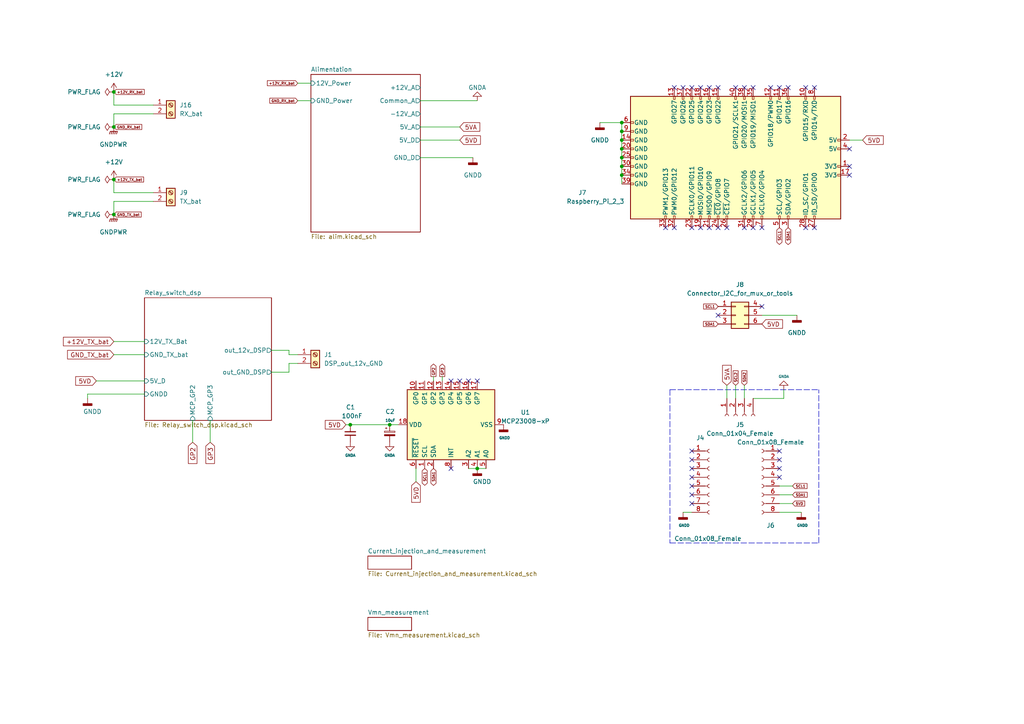
<source format=kicad_sch>
(kicad_sch (version 20211123) (generator eeschema)
  (paper "A4")
  (title_block (title "Ohmpi_measurement_board") (company "OhmPi team"))
  (lib_symbols
    (symbol "Connector:Conn_01x04_Female" (pin_names (offset 1.016) hide)
      (property "Reference" "J" (at 0 5.08 0))
      (property "Value" "Conn_01x04_Female" (at 0 -7.62 0))
      (symbol "Conn_01x04_Female_1_1"
        (arc (start 0 -4.572) (mid -0.508 -5.08) (end 0 -5.588) (stroke (width 0.1524)))
        (arc (start 0 -2.032) (mid -0.508 -2.54) (end 0 -3.048) (stroke (width 0.1524)))
        (polyline (pts (xy -1.27 -5.08) (xy -0.508 -5.08)) (stroke (width 0.1524)))
        (polyline (pts (xy -1.27 -2.54) (xy -0.508 -2.54)) (stroke (width 0.1524)))
        (polyline (pts (xy -1.27 0) (xy -0.508 0)) (stroke (width 0.1524)))
        (polyline (pts (xy -1.27 2.54) (xy -0.508 2.54)) (stroke (width 0.1524)))
        (arc (start 0 0.508) (mid -0.508 0) (end 0 -0.508) (stroke (width 0.1524)))
        (arc (start 0 3.048) (mid -0.508 2.54) (end 0 2.032) (stroke (width 0.1524)))
        (pin passive line (at -5.08 2.54 0) (length 3.81) (name "Pin_1") (number "1"))
        (pin passive line (at -5.08 0 0) (length 3.81) (name "Pin_2") (number "2"))
        (pin passive line (at -5.08 -2.54 0) (length 3.81) (name "Pin_3") (number "3"))
        (pin passive line (at -5.08 -5.08 0) (length 3.81) (name "Pin_4") (number "4"))
      )
    )
    (symbol "Connector:Conn_01x08_Female" (pin_names (offset 1.016) hide)
      (property "Reference" "J" (at 0 10.16 0))
      (property "Value" "Conn_01x08_Female" (at 0 -12.7 0))
      (symbol "Conn_01x08_Female_1_1"
        (arc (start 0 -9.652) (mid -0.508 -10.16) (end 0 -10.668) (stroke (width 0.1524)))
        (arc (start 0 -7.112) (mid -0.508 -7.62) (end 0 -8.128) (stroke (width 0.1524)))
        (arc (start 0 -4.572) (mid -0.508 -5.08) (end 0 -5.588) (stroke (width 0.1524)))
        (arc (start 0 -2.032) (mid -0.508 -2.54) (end 0 -3.048) (stroke (width 0.1524)))
        (polyline (pts (xy -1.27 -10.16) (xy -0.508 -10.16)) (stroke (width 0.1524)))
        (polyline (pts (xy -1.27 -7.62) (xy -0.508 -7.62)) (stroke (width 0.1524)))
        (polyline (pts (xy -1.27 -5.08) (xy -0.508 -5.08)) (stroke (width 0.1524)))
        (polyline (pts (xy -1.27 -2.54) (xy -0.508 -2.54)) (stroke (width 0.1524)))
        (polyline (pts (xy -1.27 0) (xy -0.508 0)) (stroke (width 0.1524)))
        (polyline (pts (xy -1.27 2.54) (xy -0.508 2.54)) (stroke (width 0.1524)))
        (polyline (pts (xy -1.27 5.08) (xy -0.508 5.08)) (stroke (width 0.1524)))
        (polyline (pts (xy -1.27 7.62) (xy -0.508 7.62)) (stroke (width 0.1524)))
        (arc (start 0 0.508) (mid -0.508 0) (end 0 -0.508) (stroke (width 0.1524)))
        (arc (start 0 3.048) (mid -0.508 2.54) (end 0 2.032) (stroke (width 0.1524)))
        (arc (start 0 5.588) (mid -0.508 5.08) (end 0 4.572) (stroke (width 0.1524)))
        (arc (start 0 8.128) (mid -0.508 7.62) (end 0 7.112) (stroke (width 0.1524)))
        (pin passive line (at -5.08 7.62 0) (length 3.81) (name "Pin_1") (number "1"))
        (pin passive line (at -5.08 5.08 0) (length 3.81) (name "Pin_2") (number "2"))
        (pin passive line (at -5.08 2.54 0) (length 3.81) (name "Pin_3") (number "3"))
        (pin passive line (at -5.08 0 0) (length 3.81) (name "Pin_4") (number "4"))
        (pin passive line (at -5.08 -2.54 0) (length 3.81) (name "Pin_5") (number "5"))
        (pin passive line (at -5.08 -5.08 0) (length 3.81) (name "Pin_6") (number "6"))
        (pin passive line (at -5.08 -7.62 0) (length 3.81) (name "Pin_7") (number "7"))
        (pin passive line (at -5.08 -10.16 0) (length 3.81) (name "Pin_8") (number "8"))
      )
    )
    (symbol "Connector:Raspberry_Pi_2_3" (pin_names (offset 1.016))
      (property "Reference" "J" (at -17.78 31.75 0))
      (property "Value" "Raspberry_Pi_2_3" (at 10.16 -31.75 0))
      (symbol "Raspberry_Pi_2_3_0_1"
        (rectangle (start -17.78 30.48) (end 17.78 -30.48) (stroke (width 0.254)) (fill (type background)))
      )
      (symbol "Raspberry_Pi_2_3_1_1"
        (rectangle (start -16.891 -17.526) (end -17.78 -18.034))
        (rectangle (start -16.891 -14.986) (end -17.78 -15.494))
        (rectangle (start -16.891 -12.446) (end -17.78 -12.954))
        (rectangle (start -16.891 -9.906) (end -17.78 -10.414))
        (rectangle (start -16.891 -7.366) (end -17.78 -7.874))
        (rectangle (start -16.891 -4.826) (end -17.78 -5.334))
        (rectangle (start -16.891 0.254) (end -17.78 -0.254))
        (rectangle (start -16.891 2.794) (end -17.78 2.286))
        (rectangle (start -16.891 5.334) (end -17.78 4.826))
        (rectangle (start -16.891 10.414) (end -17.78 9.906))
        (rectangle (start -16.891 12.954) (end -17.78 12.446))
        (rectangle (start -16.891 15.494) (end -17.78 14.986))
        (rectangle (start -16.891 20.574) (end -17.78 20.066))
        (rectangle (start -16.891 23.114) (end -17.78 22.606))
        (rectangle (start -10.414 -29.591) (end -9.906 -30.48))
        (rectangle (start -7.874 -29.591) (end -7.366 -30.48))
        (rectangle (start -5.334 -29.591) (end -4.826 -30.48))
        (rectangle (start -5.334 30.48) (end -4.826 29.591))
        (rectangle (start -2.794 -29.591) (end -2.286 -30.48))
        (rectangle (start -2.794 30.48) (end -2.286 29.591))
        (rectangle (start -0.254 -29.591) (end 0.254 -30.48))
        (rectangle (start 2.286 -29.591) (end 2.794 -30.48))
        (rectangle (start 2.286 30.48) (end 2.794 29.591))
        (rectangle (start 4.826 -29.591) (end 5.334 -30.48))
        (rectangle (start 4.826 30.48) (end 5.334 29.591))
        (rectangle (start 7.366 -29.591) (end 7.874 -30.48))
        (rectangle (start 17.78 -20.066) (end 16.891 -20.574))
        (rectangle (start 17.78 -17.526) (end 16.891 -18.034))
        (rectangle (start 17.78 -12.446) (end 16.891 -12.954))
        (rectangle (start 17.78 -9.906) (end 16.891 -10.414))
        (rectangle (start 17.78 -7.366) (end 16.891 -7.874))
        (rectangle (start 17.78 -4.826) (end 16.891 -5.334))
        (rectangle (start 17.78 -2.286) (end 16.891 -2.794))
        (rectangle (start 17.78 2.794) (end 16.891 2.286))
        (rectangle (start 17.78 5.334) (end 16.891 4.826))
        (rectangle (start 17.78 7.874) (end 16.891 7.366))
        (rectangle (start 17.78 12.954) (end 16.891 12.446))
        (rectangle (start 17.78 15.494) (end 16.891 14.986))
        (rectangle (start 17.78 20.574) (end 16.891 20.066))
        (rectangle (start 17.78 23.114) (end 16.891 22.606))
        (pin power_in line (at 2.54 33.02 270) (length 2.54) (name "3V3") (number "1"))
        (pin bidirectional line (at -20.32 20.32 0) (length 2.54) (name "GPIO15/RXD") (number "10"))
        (pin bidirectional line (at -20.32 12.7 0) (length 2.54) (name "GPIO17") (number "11"))
        (pin bidirectional line (at -20.32 10.16 0) (length 2.54) (name "GPIO18/PWM0") (number "12"))
        (pin bidirectional line (at -20.32 -17.78 0) (length 2.54) (name "GPIO27") (number "13"))
        (pin power_in line (at -5.08 -33.02 90) (length 2.54) (name "GND") (number "14"))
        (pin bidirectional line (at -20.32 -5.08 0) (length 2.54) (name "GPIO22") (number "15"))
        (pin bidirectional line (at -20.32 -7.62 0) (length 2.54) (name "GPIO23") (number "16"))
        (pin power_in line (at 5.08 33.02 270) (length 2.54) (name "3V3") (number "17"))
        (pin bidirectional line (at -20.32 -10.16 0) (length 2.54) (name "GPIO24") (number "18"))
        (pin bidirectional line (at 20.32 -10.16 180) (length 2.54) (name "MOSI0/GPIO10") (number "19"))
        (pin power_in line (at -5.08 33.02 270) (length 2.54) (name "5V") (number "2"))
        (pin power_in line (at -2.54 -33.02 90) (length 2.54) (name "GND") (number "20"))
        (pin bidirectional line (at 20.32 -7.62 180) (length 2.54) (name "MISO0/GPIO9") (number "21"))
        (pin bidirectional line (at -20.32 -12.7 0) (length 2.54) (name "GPIO25") (number "22"))
        (pin bidirectional line (at 20.32 -12.7 180) (length 2.54) (name "SCLK0/GPIO11") (number "23"))
        (pin bidirectional line (at 20.32 -5.08 180) (length 2.54) (name "~{CE0}/GPIO8") (number "24"))
        (pin power_in line (at 0 -33.02 90) (length 2.54) (name "GND") (number "25"))
        (pin bidirectional line (at 20.32 -2.54 180) (length 2.54) (name "~{CE1}/GPIO7") (number "26"))
        (pin bidirectional line (at 20.32 22.86 180) (length 2.54) (name "ID_SD/GPIO0") (number "27"))
        (pin bidirectional line (at 20.32 20.32 180) (length 2.54) (name "ID_SC/GPIO1") (number "28"))
        (pin bidirectional line (at 20.32 5.08 180) (length 2.54) (name "GCLK1/GPIO5") (number "29"))
        (pin bidirectional line (at 20.32 15.24 180) (length 2.54) (name "SDA/GPIO2") (number "3"))
        (pin power_in line (at 2.54 -33.02 90) (length 2.54) (name "GND") (number "30"))
        (pin bidirectional line (at 20.32 2.54 180) (length 2.54) (name "GCLK2/GPIO6") (number "31"))
        (pin bidirectional line (at 20.32 -17.78 180) (length 2.54) (name "PWM0/GPIO12") (number "32"))
        (pin bidirectional line (at 20.32 -20.32 180) (length 2.54) (name "PWM1/GPIO13") (number "33"))
        (pin power_in line (at 5.08 -33.02 90) (length 2.54) (name "GND") (number "34"))
        (pin bidirectional line (at -20.32 5.08 0) (length 2.54) (name "GPIO19/MISO1") (number "35"))
        (pin bidirectional line (at -20.32 15.24 0) (length 2.54) (name "GPIO16") (number "36"))
        (pin bidirectional line (at -20.32 -15.24 0) (length 2.54) (name "GPIO26") (number "37"))
        (pin bidirectional line (at -20.32 2.54 0) (length 2.54) (name "GPIO20/MOSI1") (number "38"))
        (pin power_in line (at 7.62 -33.02 90) (length 2.54) (name "GND") (number "39"))
        (pin power_in line (at -2.54 33.02 270) (length 2.54) (name "5V") (number "4"))
        (pin bidirectional line (at -20.32 0 0) (length 2.54) (name "GPIO21/SCLK1") (number "40"))
        (pin bidirectional line (at 20.32 12.7 180) (length 2.54) (name "SCL/GPIO3") (number "5"))
        (pin power_in line (at -10.16 -33.02 90) (length 2.54) (name "GND") (number "6"))
        (pin bidirectional line (at 20.32 7.62 180) (length 2.54) (name "GCLK0/GPIO4") (number "7"))
        (pin bidirectional line (at -20.32 22.86 0) (length 2.54) (name "GPIO14/TXD") (number "8"))
        (pin power_in line (at -7.62 -33.02 90) (length 2.54) (name "GND") (number "9"))
      )
    )
    (symbol "Connector:Screw_Terminal_01x02" (pin_names (offset 1.016) hide)
      (property "Reference" "J" (at 0 2.54 0))
      (property "Value" "Screw_Terminal_01x02" (at 0 -5.08 0))
      (symbol "Screw_Terminal_01x02_1_1"
        (rectangle (start -1.27 1.27) (end 1.27 -3.81) (stroke (width 0.254)) (fill (type background)))
        (circle (center 0 -2.54) (radius 0.635) (stroke (width 0.1524)))
        (polyline (pts (xy -0.5334 -2.2098) (xy 0.3302 -3.048)) (stroke (width 0.1524)))
        (polyline (pts (xy -0.5334 0.3302) (xy 0.3302 -0.508)) (stroke (width 0.1524)))
        (polyline (pts (xy -0.3556 -2.032) (xy 0.508 -2.8702)) (stroke (width 0.1524)))
        (polyline (pts (xy -0.3556 0.508) (xy 0.508 -0.3302)) (stroke (width 0.1524)))
        (circle (center 0 0) (radius 0.635) (stroke (width 0.1524)))
        (pin passive line (at -5.08 0 0) (length 3.81) (name "Pin_1") (number "1"))
        (pin passive line (at -5.08 -2.54 0) (length 3.81) (name "Pin_2") (number "2"))
      )
    )
    (symbol "Connector_Generic:Conn_02x03_Top_Bottom" (pin_names (offset 1.016) hide)
      (property "Reference" "J" (at 1.27 5.08 0))
      (property "Value" "Conn_02x03_Top_Bottom" (at 1.27 -5.08 0))
      (symbol "Conn_02x03_Top_Bottom_1_1"
        (rectangle (start -1.27 -2.413) (end 0 -2.667) (stroke (width 0.1524)))
        (rectangle (start -1.27 0.127) (end 0 -0.127) (stroke (width 0.1524)))
        (rectangle (start -1.27 2.667) (end 0 2.413) (stroke (width 0.1524)))
        (rectangle (start -1.27 3.81) (end 3.81 -3.81) (stroke (width 0.254)) (fill (type background)))
        (rectangle (start 3.81 -2.413) (end 2.54 -2.667) (stroke (width 0.1524)))
        (rectangle (start 3.81 0.127) (end 2.54 -0.127) (stroke (width 0.1524)))
        (rectangle (start 3.81 2.667) (end 2.54 2.413) (stroke (width 0.1524)))
        (pin passive line (at -5.08 2.54 0) (length 3.81) (name "Pin_1") (number "1"))
        (pin passive line (at -5.08 0 0) (length 3.81) (name "Pin_2") (number "2"))
        (pin passive line (at -5.08 -2.54 0) (length 3.81) (name "Pin_3") (number "3"))
        (pin passive line (at 7.62 2.54 180) (length 3.81) (name "Pin_4") (number "4"))
        (pin passive line (at 7.62 0 180) (length 3.81) (name "Pin_5") (number "5"))
        (pin passive line (at 7.62 -2.54 180) (length 3.81) (name "Pin_6") (number "6"))
      )
    )
    (symbol "Device:C_Polarized_Small" (pin_numbers hide) (pin_names (offset 0.254) hide)
      (property "Reference" "C" (at 0.254 1.778 0))
      (property "Value" "C_Polarized_Small" (at 0.254 -2.032 0))
      (symbol "C_Polarized_Small_0_1"
        (rectangle (start -1.524 -0.3048) (end 1.524 -0.6858) (fill (type outline)))
        (rectangle (start -1.524 0.6858) (end 1.524 0.3048))
        (polyline (pts (xy -1.27 1.524) (xy -0.762 1.524)))
        (polyline (pts (xy -1.016 1.27) (xy -1.016 1.778)))
      )
      (symbol "C_Polarized_Small_1_1"
        (pin passive line (at 0 2.54 270) (length 1.8542) (name "~") (number "1"))
        (pin passive line (at 0 -2.54 90) (length 1.8542) (name "~") (number "2"))
      )
    )
    (symbol "Device:C_Small" (pin_numbers hide) (pin_names (offset 0.254) hide)
      (property "Reference" "C" (at 0.254 1.778 0))
      (property "Value" "C_Small" (at 0.254 -2.032 0))
      (symbol "C_Small_0_1"
        (polyline (pts (xy -1.524 -0.508) (xy 1.524 -0.508)) (stroke (width 0.3302)))
        (polyline (pts (xy -1.524 0.508) (xy 1.524 0.508)) (stroke (width 0.3048)))
      )
      (symbol "C_Small_1_1"
        (pin passive line (at 0 2.54 270) (length 2.032) (name "~") (number "1"))
        (pin passive line (at 0 -2.54 90) (length 2.032) (name "~") (number "2"))
      )
    )
    (symbol "Interface_Expansion:MCP23008-xP"
      (property "Reference" "U" (at -8.89 13.97 0))
      (property "Value" "MCP23008-xP" (at 8.89 13.97 0))
      (symbol "MCP23008-xP_0_1"
        (rectangle (start -10.16 12.7) (end 10.16 -12.7) (stroke (width 0.254)) (fill (type background)))
      )
      (symbol "MCP23008-xP_1_1"
        (pin input line (at -12.7 7.62 0) (length 2.54) (name "SCL") (number "1"))
        (pin bidirectional line (at 12.7 10.16 180) (length 2.54) (name "GP0") (number "10"))
        (pin bidirectional line (at 12.7 7.62 180) (length 2.54) (name "GP1") (number "11"))
        (pin bidirectional line (at 12.7 5.08 180) (length 2.54) (name "GP2") (number "12"))
        (pin bidirectional line (at 12.7 2.54 180) (length 2.54) (name "GP3") (number "13"))
        (pin bidirectional line (at 12.7 0 180) (length 2.54) (name "GP4") (number "14"))
        (pin bidirectional line (at 12.7 -2.54 180) (length 2.54) (name "GP5") (number "15"))
        (pin bidirectional line (at 12.7 -5.08 180) (length 2.54) (name "GP6") (number "16"))
        (pin bidirectional line (at 12.7 -7.62 180) (length 2.54) (name "GP7") (number "17"))
        (pin power_in line (at 0 15.24 270) (length 2.54) (name "VDD") (number "18"))
        (pin bidirectional line (at -12.7 5.08 0) (length 2.54) (name "SDA") (number "2"))
        (pin input line (at -12.7 -5.08 0) (length 2.54) (name "A2") (number "3"))
        (pin input line (at -12.7 -7.62 0) (length 2.54) (name "A1") (number "4"))
        (pin input line (at -12.7 -10.16 0) (length 2.54) (name "A0") (number "5"))
        (pin input line (at -12.7 10.16 0) (length 2.54) (name "~{RESET}") (number "6"))
        (pin no_connect line (at -10.16 -2.54 0) (length 2.54) hide (name "NC") (number "7"))
        (pin output line (at -12.7 0 0) (length 2.54) (name "INT") (number "8"))
        (pin power_in line (at 0 -15.24 90) (length 2.54) (name "VSS") (number "9"))
      )
    )
    (symbol "power:+12V" (power) (pin_names (offset 0))
      (property "Value" "+12V" (at 0 3.556 0))
      (symbol "+12V_0_1"
        (polyline (pts (xy -0.762 1.27) (xy 0 2.54)))
        (polyline (pts (xy 0 0) (xy 0 2.54)))
        (polyline (pts (xy 0 2.54) (xy 0.762 1.27)))
      )
      (symbol "+12V_1_1"
        (pin power_in line (at 0 0 90) (length 0) hide (name "+12V") (number "1"))
      )
    )
    (symbol "power:GNDA" (power) (pin_names (offset 0))
      (property "Value" "GNDA" (at 0 -3.81 0))
      (symbol "GNDA_0_1"
        (polyline (pts (xy 0 0) (xy 0 -1.27) (xy 1.27 -1.27) (xy 0 -2.54) (xy -1.27 -1.27) (xy 0 -1.27)))
      )
      (symbol "GNDA_1_1"
        (pin power_in line (at 0 0 270) (length 0) hide (name "GNDA") (number "1"))
      )
    )
    (symbol "power:GNDD" (power) (pin_names (offset 0))
      (property "Value" "GNDD" (at 0 -3.175 0))
      (symbol "GNDD_0_1"
        (rectangle (start -1.27 -1.524) (end 1.27 -2.032) (stroke (width 0.254)) (fill (type outline)))
        (polyline (pts (xy 0 0) (xy 0 -1.524)))
      )
      (symbol "GNDD_1_1"
        (pin power_in line (at 0 0 270) (length 0) hide (name "GNDD") (number "1"))
      )
    )
    (symbol "power:GNDPWR" (power) (pin_names (offset 0))
      (property "Value" "GNDPWR" (at 0 -3.302 0))
      (symbol "GNDPWR_0_1"
        (polyline (pts (xy 0 -1.27) (xy 0 0)))
        (polyline (pts (xy -1.016 -1.27) (xy -1.27 -2.032) (xy -1.27 -2.032)) (stroke (width 0.2032)))
        (polyline (pts (xy -0.508 -1.27) (xy -0.762 -2.032) (xy -0.762 -2.032)) (stroke (width 0.2032)))
        (polyline (pts (xy 0 -1.27) (xy -0.254 -2.032) (xy -0.254 -2.032)) (stroke (width 0.2032)))
        (polyline (pts (xy 0.508 -1.27) (xy 0.254 -2.032) (xy 0.254 -2.032)) (stroke (width 0.2032)))
        (polyline (pts (xy 1.016 -1.27) (xy -1.016 -1.27) (xy -1.016 -1.27)) (stroke (width 0.2032)))
        (polyline (pts (xy 1.016 -1.27) (xy 0.762 -2.032) (xy 0.762 -2.032) (xy 0.762 -2.032)) (stroke (width 0.2032)))
      )
      (symbol "GNDPWR_1_1"
        (pin power_in line (at 0 0 270) (length 0) hide (name "GNDPWR") (number "1"))
      )
    )
    (symbol "power:PWR_FLAG" (power) (pin_numbers hide) (pin_names (offset 0) hide)
      (property "Value" "PWR_FLAG" (at 0 3.81 0))
      (symbol "PWR_FLAG_0_0"
        (pin power_out line (at 0 0 90) (length 0) (name "pwr") (number "1"))
      )
      (symbol "PWR_FLAG_0_1"
        (polyline (pts (xy 0 0) (xy 0 1.27) (xy -1.016 1.905) (xy 0 2.54) (xy 1.016 1.905) (xy 0 1.27)))
      )
    )
  )
  (junction (at 180.34 45.72))
  (junction (at 101.6 123.19))
  (junction (at 180.34 40.64))
  (junction (at 113.03 123.19))
  (junction (at 33.02 62.23))
  (junction (at 180.34 38.1))
  (junction (at 33.02 36.83))
  (junction (at 180.34 48.26))
  (junction (at 138.43 135.89))
  (junction (at 33.02 26.67))
  (junction (at 33.02 52.07))
  (junction (at 180.34 50.8))
  (junction (at 180.34 35.56))
  (junction (at 180.34 43.18))
  (no_connect (at 200.66 140.97))
  (no_connect (at 200.66 135.89))
  (no_connect (at 200.66 138.43))
  (no_connect (at 200.66 130.81))
  (no_connect (at 200.66 133.35))
  (no_connect (at 200.66 143.51))
  (no_connect (at 200.66 146.05))
  (no_connect (at 135.89 110.49))
  (no_connect (at 138.43 110.49))
  (no_connect (at 130.81 135.89))
  (no_connect (at 246.38 48.26))
  (no_connect (at 246.38 50.8))
  (no_connect (at 246.38 43.18))
  (no_connect (at 133.35 110.49))
  (no_connect (at 220.98 88.9))
  (no_connect (at 208.28 91.44))
  (no_connect (at 226.06 138.43))
  (no_connect (at 226.06 130.81))
  (no_connect (at 226.06 133.35))
  (no_connect (at 226.06 135.89))
  (no_connect (at 223.52 25.4))
  (no_connect (at 226.06 25.4))
  (no_connect (at 228.6 25.4))
  (no_connect (at 233.68 25.4))
  (no_connect (at 236.22 25.4))
  (no_connect (at 195.58 25.4))
  (no_connect (at 198.12 25.4))
  (no_connect (at 200.66 25.4))
  (no_connect (at 203.2 25.4))
  (no_connect (at 205.74 25.4))
  (no_connect (at 208.28 25.4))
  (no_connect (at 213.36 25.4))
  (no_connect (at 215.9 25.4))
  (no_connect (at 218.44 25.4))
  (no_connect (at 233.68 66.04))
  (no_connect (at 236.22 66.04))
  (no_connect (at 210.82 66.04))
  (no_connect (at 215.9 66.04))
  (no_connect (at 218.44 66.04))
  (no_connect (at 220.98 66.04))
  (no_connect (at 200.66 66.04))
  (no_connect (at 203.2 66.04))
  (no_connect (at 205.74 66.04))
  (no_connect (at 208.28 66.04))
  (no_connect (at 195.58 66.04))
  (no_connect (at 193.04 66.04))
  (no_connect (at 130.81 110.49))
  (wire (pts (xy 44.45 58.42) (xy 33.02 58.42)))
  (wire (pts (xy 33.02 55.88) (xy 33.02 52.07)))
  (wire (pts (xy 121.92 40.64) (xy 133.35 40.64)))
  (wire (pts (xy 33.02 58.42) (xy 33.02 62.23)))
  (wire (pts (xy 55.88 121.92) (xy 55.88 128.27)))
  (wire (pts (xy 44.45 30.48) (xy 33.02 30.48)))
  (wire (pts (xy 41.91 114.3) (xy 25.4 114.3)))
  (polyline (pts (xy 194.31 157.48) (xy 237.49 157.48)))
  (polyline (pts (xy 194.31 113.03) (xy 237.49 113.03)))
  (wire (pts (xy 220.98 91.44) (xy 231.14 91.44)))
  (wire (pts (xy 138.43 135.89) (xy 140.97 135.89)))
  (wire (pts (xy 198.12 148.59) (xy 200.66 148.59)))
  (wire (pts (xy 180.34 50.8) (xy 180.34 53.34)))
  (wire (pts (xy 83.82 102.87) (xy 83.82 101.6)))
  (wire (pts (xy 27.94 110.49) (xy 41.91 110.49)))
  (wire (pts (xy 33.02 30.48) (xy 33.02 26.67)))
  (wire (pts (xy 250.19 40.64) (xy 246.38 40.64)))
  (wire (pts (xy 121.92 36.83) (xy 133.35 36.83)))
  (wire (pts (xy 86.36 24.13) (xy 90.17 24.13)))
  (wire (pts (xy 83.82 101.6) (xy 78.74 101.6)))
  (polyline (pts (xy 237.49 157.48) (xy 237.49 113.03)))
  (wire (pts (xy 25.4 114.3) (xy 25.4 115.57)))
  (wire (pts (xy 121.92 45.72) (xy 137.16 45.72)))
  (wire (pts (xy 173.99 35.56) (xy 180.34 35.56)))
  (wire (pts (xy 100.33 123.19) (xy 101.6 123.19)))
  (wire (pts (xy 86.36 105.41) (xy 83.82 105.41)))
  (wire (pts (xy 180.34 45.72) (xy 180.34 48.26)))
  (wire (pts (xy 33.02 102.87) (xy 41.91 102.87)))
  (wire (pts (xy 86.36 102.87) (xy 83.82 102.87)))
  (wire (pts (xy 226.06 143.51) (xy 229.87 143.51)))
  (wire (pts (xy 33.02 99.06) (xy 41.91 99.06)))
  (wire (pts (xy 180.34 35.56) (xy 180.34 38.1)))
  (wire (pts (xy 213.36 111.76) (xy 213.36 115.57)))
  (wire (pts (xy 218.44 115.57) (xy 227.33 115.57)))
  (wire (pts (xy 121.92 29.21) (xy 138.43 29.21)))
  (wire (pts (xy 44.45 33.02) (xy 33.02 33.02)))
  (wire (pts (xy 180.34 38.1) (xy 180.34 40.64)))
  (wire (pts (xy 210.82 111.76) (xy 210.82 115.57)))
  (wire (pts (xy 120.65 135.89) (xy 120.65 139.7)))
  (wire (pts (xy 180.34 43.18) (xy 180.34 45.72)))
  (wire (pts (xy 226.06 148.59) (xy 232.41 148.59)))
  (wire (pts (xy 180.34 48.26) (xy 180.34 50.8)))
  (wire (pts (xy 44.45 55.88) (xy 33.02 55.88)))
  (wire (pts (xy 86.36 29.21) (xy 90.17 29.21)))
  (wire (pts (xy 226.06 146.05) (xy 229.87 146.05)))
  (wire (pts (xy 227.33 115.57) (xy 227.33 113.03)))
  (wire (pts (xy 125.73 109.22) (xy 125.73 110.49)))
  (wire (pts (xy 113.03 123.19) (xy 115.57 123.19)))
  (wire (pts (xy 128.27 109.22) (xy 128.27 110.49)))
  (wire (pts (xy 180.34 40.64) (xy 180.34 43.18)))
  (wire (pts (xy 83.82 107.95) (xy 78.74 107.95)))
  (wire (pts (xy 83.82 105.41) (xy 83.82 107.95)))
  (wire (pts (xy 101.6 123.19) (xy 113.03 123.19)))
  (wire (pts (xy 215.9 111.76) (xy 215.9 115.57)))
  (wire (pts (xy 135.89 135.89) (xy 138.43 135.89)))
  (wire (pts (xy 33.02 33.02) (xy 33.02 36.83)))
  (wire (pts (xy 226.06 140.97) (xy 229.87 140.97)))
  (polyline (pts (xy 194.31 113.03) (xy 194.31 157.48)))
  (wire (pts (xy 60.96 121.92) (xy 60.96 128.27)))
  (global_label "5VA" (shape input) (at 133.35 36.83 0) (property "Intersheet References" "${INTERSHEET_REFS}" (effects hide)))
  (global_label "5VA" (shape input) (at 210.82 111.76 90) (property "Intersheet References" "${INTERSHEET_REFS}" (effects hide)))
  (global_label "SDA1" (shape bidirectional) (at 125.73 135.89 270) (effects (font (size 0.75 0.75))) (property "Intersheet References" "${INTERSHEET_REFS}" (effects hide)))
  (global_label "GND_RX_bat" (shape input) (at 33.02 36.83 0) (effects (font (size 0.75 0.75))) (property "Intersheet References" "${INTERSHEET_REFS}" (effects hide)))
  (global_label "SCL2" (shape input) (at 213.36 111.76 90) (effects (font (size 0.75 0.75))) (property "Intersheet References" "${INTERSHEET_REFS}" (effects hide)))
  (global_label "GP3" (shape input) (at 60.96 128.27 270) (property "Intersheet References" "${INTERSHEET_REFS}" (effects hide)))
  (global_label "GND_TX_bat" (shape input) (at 33.02 62.23 0) (effects (font (size 0.75 0.75))) (property "Intersheet References" "${INTERSHEET_REFS}" (effects hide)))
  (global_label "GND_RX_bat" (shape input) (at 86.36 29.21 180) (effects (font (size 0.75 0.75))) (property "Intersheet References" "${INTERSHEET_REFS}" (effects hide)))
  (global_label "SDA1" (shape bidirectional) (at 228.6 66.04 270) (effects (font (size 0.75 0.75))) (property "Intersheet References" "${INTERSHEET_REFS}" (effects hide)))
  (global_label "SDA2" (shape input) (at 215.9 111.76 90) (effects (font (size 0.75 0.75))) (property "Intersheet References" "${INTERSHEET_REFS}" (effects hide)))
  (global_label "5VD" (shape input) (at 250.19 40.64 0) (property "Intersheet References" "${INTERSHEET_REFS}" (effects hide)))
  (global_label "GND_TX_bat" (shape input) (at 33.02 102.87 180) (property "Intersheet References" "${INTERSHEET_REFS}" (effects hide)))
  (global_label "5VD" (shape input) (at 220.98 93.98 0) (property "Intersheet References" "${INTERSHEET_REFS}" (effects hide)))
  (global_label "GP3" (shape output) (at 128.27 109.22 90) (effects (font (size 0.75 0.75))) (property "Intersheet References" "${INTERSHEET_REFS}" (effects hide)))
  (global_label "5VD" (shape input) (at 27.94 110.49 180) (property "Intersheet References" "${INTERSHEET_REFS}" (effects hide)))
  (global_label "+12V_TX_bat" (shape input) (at 33.02 52.07 0) (effects (font (size 0.75 0.75))) (property "Intersheet References" "${INTERSHEET_REFS}" (effects hide)))
  (global_label "5VD" (shape input) (at 229.87 146.05 0) (effects (font (size 0.75 0.75))) (property "Intersheet References" "${INTERSHEET_REFS}" (effects hide)))
  (global_label "SCL1" (shape bidirectional) (at 226.06 66.04 270) (effects (font (size 0.75 0.75))) (property "Intersheet References" "${INTERSHEET_REFS}" (effects hide)))
  (global_label "SCL1" (shape input) (at 208.28 88.9 180) (effects (font (size 0.75 0.75))) (property "Intersheet References" "${INTERSHEET_REFS}" (effects hide)))
  (global_label "GP2" (shape output) (at 125.73 109.22 90) (effects (font (size 0.75 0.75))) (property "Intersheet References" "${INTERSHEET_REFS}" (effects hide)))
  (global_label "5VD" (shape input) (at 120.65 139.7 270) (property "Intersheet References" "${INTERSHEET_REFS}" (effects hide)))
  (global_label "+12V_RX_bat" (shape input) (at 33.02 26.67 0) (effects (font (size 0.75 0.75))) (property "Intersheet References" "${INTERSHEET_REFS}" (effects hide)))
  (global_label "5VD" (shape input) (at 133.35 40.64 0) (property "Intersheet References" "${INTERSHEET_REFS}" (effects hide)))
  (global_label "SCL1" (shape input) (at 229.87 140.97 0) (effects (font (size 0.75 0.75))) (property "Intersheet References" "${INTERSHEET_REFS}" (effects hide)))
  (global_label "SDA1" (shape input) (at 208.28 93.98 180) (effects (font (size 0.75 0.75))) (property "Intersheet References" "${INTERSHEET_REFS}" (effects hide)))
  (global_label "5VD" (shape input) (at 100.33 123.19 180) (property "Intersheet References" "${INTERSHEET_REFS}" (effects hide)))
  (global_label "SDA1" (shape input) (at 229.87 143.51 0) (effects (font (size 0.75 0.75))) (property "Intersheet References" "${INTERSHEET_REFS}" (effects hide)))
  (global_label "+12V_TX_bat" (shape input) (at 33.02 99.06 180) (property "Intersheet References" "${INTERSHEET_REFS}" (effects hide)))
  (global_label "SCL1" (shape bidirectional) (at 123.19 135.89 270) (effects (font (size 0.75 0.75))) (property "Intersheet References" "${INTERSHEET_REFS}" (effects hide)))
  (global_label "GP2" (shape input) (at 55.88 128.27 270) (property "Intersheet References" "${INTERSHEET_REFS}" (effects hide)))
  (global_label "+12V_RX_bat" (shape input) (at 86.36 24.13 180) (effects (font (size 0.75 0.75))) (property "Intersheet References" "${INTERSHEET_REFS}" (effects hide)))
  (symbol (lib_id "power:GNDD") (at 138.43 135.89 0) (unit 1)
    (property "Reference" "#PWR05" (effects hide))
    (property "Value" "GNDD" (at 137.16 139.7 0) (effects (justify left)))
  )
  (symbol (lib_id "Device:C_Polarized_Small") (at 113.03 125.73 0) (unit 1)
    (property "Reference" "C2" (at 111.76 119.38 0) (effects (justify left)))
    (property "Value" "10uF" (at 111.76 121.92 0) (effects (font (size 0.75 0.75)) (justify left)))
    (property "Footprint" "Capacitor_THT:CP_Radial_D6.3mm_P2.50mm" (effects hide))
  )
  (symbol (lib_id "power:GNDD") (at 173.99 35.56 0) (unit 1)
    (property "Reference" "#PWR028" (effects hide))
    (property "Value" "GNDD" (at 173.99 40.64 0))
  )
  (symbol (lib_id "power:GNDPWR") (at 33.02 62.23 0) (unit 1)
    (property "Reference" "#PWR033" (effects hide))
    (property "Value" "GNDPWR" (at 32.893 67.31 0))
  )
  (symbol (lib_id "power:GNDD") (at 231.14 91.44 0) (unit 1)
    (property "Reference" "#PWR031" (effects hide))
    (property "Value" "GNDD" (at 231.14 96.52 0))
  )
  (symbol (lib_id "power:GNDA") (at 113.03 128.27 0) (unit 1)
    (property "Reference" "#PWR02" (effects hide))
    (property "Value" "GNDA" (at 113.03 132.08 0) (effects (font (size 0.75 0.75))))
  )
  (symbol (lib_id "Connector:Conn_01x08_Female") (at 205.74 138.43 0) (unit 1)
    (property "Reference" "J4" (at 201.93 127 0) (effects (justify left)))
    (property "Value" "Conn_01x08_Female" (at 195.58 156.21 0) (effects (justify left)))
    (property "Footprint" "Connector_PinHeader_2.54mm:PinHeader_1x08_P2.54mm_Vertical" (effects hide))
  )
  (symbol (lib_id "Connector_Generic:Conn_02x03_Top_Bottom") (at 213.36 91.44 0) (unit 1)
    (property "Reference" "J8" (at 214.63 82.55 0))
    (property "Value" "Connector_I2C_for_mux_or_tools" (at 214.63 85.09 0))
    (property "Footprint" "Connector_IDC:IDC-Header_2x03_P2.54mm_Vertical" (effects hide))
  )
  (symbol (lib_id "power:PWR_FLAG") (at 33.02 62.23 90) (unit 1)
    (property "Reference" "#FLG02" (effects hide))
    (property "Value" "PWR_FLAG" (at 29.21 62.2299 90) (effects (justify left)))
  )
  (symbol (lib_id "Connector:Screw_Terminal_01x02") (at 49.53 55.88 0) (unit 1)
    (property "Reference" "J9" (at 52.07 55.8799 0) (effects (justify left)))
    (property "Value" "TX_bat" (at 52.07 58.4199 0) (effects (justify left)))
    (property "Footprint" "TerminalBlock_Phoenix:TerminalBlock_Phoenix_MKDS-1,5-2-5.08_1x02_P5.08mm_Horizontal" (effects hide))
  )
  (symbol (lib_id "power:GNDD") (at 137.16 45.72 0) (unit 1)
    (property "Reference" "#PWR03" (effects hide))
    (property "Value" "GNDD" (at 137.16 50.8 0))
  )
  (symbol (lib_id "Device:C_Small") (at 101.6 125.73 0) (unit 1)
    (property "Reference" "C1" (at 100.33 118.11 0) (effects (justify left)))
    (property "Value" "100nF" (at 99.06 120.65 0) (effects (justify left)))
    (property "Footprint" "Capacitor_THT:C_Disc_D8.0mm_W2.5mm_P5.00mm" (effects hide))
  )
  (symbol (lib_id "power:GNDA") (at 138.43 29.21 180) (unit 1)
    (property "Reference" "#PWR04" (effects hide))
    (property "Value" "GNDA" (at 138.43 25.4 0))
  )
  (symbol (lib_id "power:GNDD") (at 146.05 123.19 0) (unit 1)
    (property "Reference" "#PWR06" (effects hide))
    (property "Value" "GNDD" (at 144.78 127 0) (effects (font (size 0.75 0.75)) (justify left)))
  )
  (symbol (lib_id "Connector:Screw_Terminal_01x02") (at 49.53 30.48 0) (unit 1)
    (property "Reference" "J16" (at 52.07 30.4799 0) (effects (justify left)))
    (property "Value" "RX_bat" (at 52.07 33.0199 0) (effects (justify left)))
    (property "Footprint" "TerminalBlock_Phoenix:TerminalBlock_Phoenix_MKDS-1,5-2-5.08_1x02_P5.08mm_Horizontal" (effects hide))
  )
  (symbol (lib_id "power:GNDD") (at 198.12 148.59 0) (unit 1)
    (property "Reference" "#PWR027" (effects hide))
    (property "Value" "GNDD" (at 196.85 152.4 0) (effects (font (size 0.75 0.75)) (justify left)))
  )
  (symbol (lib_id "power:GNDD") (at 232.41 148.59 0) (unit 1)
    (property "Reference" "#PWR030" (effects hide))
    (property "Value" "GNDD" (at 231.14 152.4 0) (effects (font (size 0.75 0.75)) (justify left)))
  )
  (symbol (lib_id "power:GNDA") (at 227.33 113.03 180) (unit 1)
    (property "Reference" "#PWR029" (effects hide))
    (property "Value" "GNDA" (at 227.33 109.22 0) (effects (font (size 0.75 0.75))))
  )
  (symbol (lib_id "Connector:Raspberry_Pi_2_3") (at 213.36 45.72 270) (unit 1)
    (property "Reference" "J7" (at 168.91 55.88 90))
    (property "Value" "Raspberry_Pi_2_3" (at 172.72 58.42 90))
    (property "Footprint" "Connector_PinSocket_2.54mm:PinSocket_2x20_P2.54mm_Vertical" (effects hide))
    (property "Datasheet" "https://www.raspberrypi.org/documentation/hardware/raspberrypi/schematics/rpi_SCH_3bplus_1p0_reduced.pdf" (effects hide))
  )
  (symbol (lib_id "power:PWR_FLAG") (at 33.02 26.67 90) (unit 1)
    (property "Reference" "#FLG_TX01" (effects hide))
    (property "Value" "PWR_FLAG" (at 29.21 26.6699 90) (effects (justify left)))
  )
  (symbol (lib_id "Interface_Expansion:MCP23008-xP") (at 130.81 123.19 90) (unit 1)
    (property "Reference" "U1" (at 152.4 119.6086 90))
    (property "Value" "MCP23008-xP" (at 152.4 122.1486 90))
    (property "Footprint" "Package_DIP:DIP-18_W7.62mm" (effects hide))
    (property "Datasheet" "http://ww1.microchip.com/downloads/en/DeviceDoc/MCP23008-MCP23S08-Data-Sheet-20001919F.pdf" (effects hide))
  )
  (symbol (lib_id "power:PWR_FLAG") (at 33.02 36.83 90) (unit 1)
    (property "Reference" "#FLG_RX01" (effects hide))
    (property "Value" "PWR_FLAG" (at 29.21 36.8299 90) (effects (justify left)))
  )
  (symbol (lib_id "power:GNDPWR") (at 33.02 36.83 0) (unit 1)
    (property "Reference" "#PWR039" (effects hide))
    (property "Value" "GNDPWR" (at 32.893 41.91 0))
  )
  (symbol (lib_id "power:+12V") (at 33.02 26.67 0) (unit 1)
    (property "Reference" "#PWR038" (effects hide))
    (property "Value" "+12V" (at 33.02 21.59 0))
  )
  (symbol (lib_id "power:PWR_FLAG") (at 33.02 52.07 90) (unit 1)
    (property "Reference" "#FLG01" (effects hide))
    (property "Value" "PWR_FLAG" (at 29.21 52.0699 90) (effects (justify left)))
  )
  (symbol (lib_id "power:GNDD") (at 25.4 115.57 0) (unit 1)
    (property "Reference" "#PWR07" (effects hide))
    (property "Value" "GNDD" (at 24.13 119.38 0) (effects (justify left)))
  )
  (symbol (lib_id "Connector:Conn_01x08_Female") (at 220.98 138.43 0) (mirror y) (unit 1)
    (property "Reference" "J6" (at 223.52 152.4 0))
    (property "Value" "Conn_01x08_Female" (at 223.52 128.27 0))
    (property "Footprint" "Connector_PinHeader_2.54mm:PinHeader_1x08_P2.54mm_Vertical" (effects hide))
  )
  (symbol (lib_id "Connector:Conn_01x04_Female") (at 213.36 120.65 90) (mirror x) (unit 1)
    (property "Reference" "J5" (at 214.63 123.19 90))
    (property "Value" "Conn_01x04_Female" (at 214.63 125.73 90))
    (property "Footprint" "Connector_PinHeader_2.54mm:PinHeader_1x04_P2.54mm_Vertical" (effects hide))
  )
  (symbol (lib_id "Connector:Screw_Terminal_01x02") (at 91.44 102.87 0) (unit 1)
    (property "Reference" "J1" (at 93.98 102.8699 0) (effects (justify left)))
    (property "Value" "DSP_out_12v_GND" (at 93.98 105.4099 0) (effects (justify left)))
    (property "Footprint" "TerminalBlock_Phoenix:TerminalBlock_Phoenix_MKDS-1,5-2-5.08_1x02_P5.08mm_Horizontal" (effects hide))
  )
  (symbol (lib_id "power:+12V") (at 33.02 52.07 0) (unit 1)
    (property "Reference" "#PWR032" (effects hide))
    (property "Value" "+12V" (at 33.02 46.99 0))
  )
  (symbol (lib_id "power:GNDA") (at 101.6 128.27 0) (unit 1)
    (property "Reference" "#PWR01" (effects hide))
    (property "Value" "GNDA" (at 101.6 132.08 0) (effects (font (size 0.75 0.75))))
  )
  (sheet (at 106.68 161.29) (size 12.7 3.81) (stroke (width 0.1524))
    (property "Sheet name" "Current_injection_and_measurement" (at 106.68 160.5784 0) (effects (justify left bottom)))
    (property "Sheet file" "Current_injection_and_measurement.kicad_sch" (at 106.68 165.6846 0) (effects (justify left top)))
  )
  (sheet (at 41.91 86.36) (size 36.83 35.56) (stroke (width 0.1524))
    (property "Sheet name" "Relay_switch_dsp" (at 41.91 85.6484 0) (effects (justify left bottom)))
    (property "Sheet file" "Relay_switch_dsp.kicad_sch" (at 41.91 122.5046 0) (effects (justify left top)))
    (pin "MCP_GP3" input (at 60.96 121.92 270))
    (pin "MCP_GP2" input (at 55.88 121.92 270))
    (pin "5V_D" input (at 41.91 110.49 180))
    (pin "12V_TX_Bat" input (at 41.91 99.06 180))
    (pin "GND_TX_bat" input (at 41.91 102.87 180))
    (pin "GNDD" input (at 41.91 114.3 180))
    (pin "out_12v_DSP" output (at 78.74 101.6 0))
    (pin "out_GND_DSP" output (at 78.74 107.95 0))
  )
  (sheet (at 90.17 21.59) (size 31.75 45.72) (stroke (width 0.1524))
    (property "Sheet name" "Alimentation" (at 90.17 20.8784 0) (effects (justify left bottom)))
    (property "Sheet file" "alim.kicad_sch" (at 90.17 67.8946 0) (effects (justify left top)))
    (pin "GND_Power" input (at 90.17 29.21 180))
    (pin "12V_Power" input (at 90.17 24.13 180))
    (pin "5V_A" output (at 121.92 36.83 0))
    (pin "-12V_A" output (at 121.92 33.02 0))
    (pin "+12V_A" output (at 121.92 25.4 0))
    (pin "Common_A" output (at 121.92 29.21 0))
    (pin "5V_D" output (at 121.92 40.64 0))
    (pin "GND_D" output (at 121.92 45.72 0))
  )
  (sheet (at 106.68 179.07) (size 12.7 3.81) (stroke (width 0.1524))
    (property "Sheet name" "Vmn_measurement" (at 106.68 178.3584 0) (effects (justify left bottom)))
    (property "Sheet file" "Vmn_measurement.kicad_sch" (at 106.68 183.4646 0) (effects (justify left top)))
  )
)
</source>
